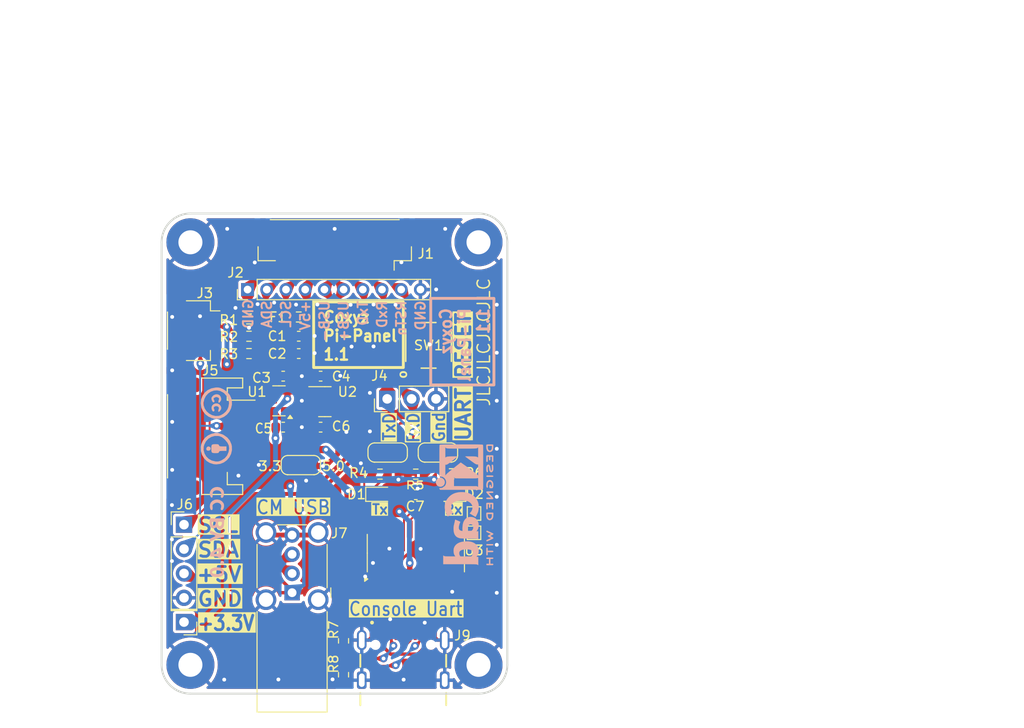
<source format=kicad_pcb>
(kicad_pcb (version 20240108) (generator "pcbnew") (generator_version "8.0")
  (layers (0 "F.Cu" signal) (31 "B.Cu" signal) (34 "B.Paste" user) (35 "F.Paste" user) (36 "B.SilkS" user "B.Silkscreen") (37 "F.SilkS" user "F.Silkscreen") (38 "B.Mask" user) (39 "F.Mask" user) (44 "Edge.Cuts" user))
  (net 0 "")
  (net 1 "/+5V0")
  (net 2 "GND")
  (net 3 "Net-(J1-Pin_10)")
  (net 4 "/+3V3")
  (net 5 "Net-(D1-K)")
  (net 6 "Net-(D2-K)")
  (net 7 "/VBUS_IN")
  (net 8 "/5V0")
  (net 9 "/UART_RxD")
  (net 10 "/RSTn")
  (net 11 "/SCL")
  (net 12 "/UART_TxD")
  (net 13 "/SDA")
  (net 14 "/USB_N")
  (net 15 "/USB_P")
  (net 16 "/U_USB_P")
  (net 17 "/U_USB_N")
  (net 18 "Net-(J9-CC1)")
  (net 19 "Net-(J9-CC2)")
  (net 25 "unconnected-(TP1-Pad1)")
  (net 30 "Net-(U3-~{CTS})")
  (net 31 "/VCC")
  (net 32 "/3V3")
  (net 33 "/USB_RxD")
  (net 34 "/USB_TxD")
  (footprint "Resistor_SMD:R_0603_1608Metric" (layer "F.Cu") (at 123.1 95.588 180)
    (property "Reference" "R3")
    (property "Value" "10K")
  )
  (footprint "Resistor_SMD:R_0603_1608Metric" (layer "F.Cu") (at 132.9436 125.5 90)
    (property "Reference" "R7")
    (property "Value" "5K1")
  )
  (footprint "CM4IO:GCT_USB4105-GF-A" (layer "F.Cu") (at 139.161351 129.6)
    (property "Reference" "J9")
    (property "Value" "USB4105-GF-A")
  )
  (footprint "Resistor_SMD:R_0603_1608Metric" (layer "F.Cu") (at 140.4675 108.14)
    (property "Reference" "R5")
    (property "Value" "33k")
  )
  (footprint "Package_SO:SOIC-16_3.9x9.9mm_P1.27mm" (layer "F.Cu") (at 140.475 116.365 90)
    (property "Reference" "U3")
    (property "Value" "CH340C")
  )
  (footprint "TestPoint:TestPoint_Pad_1.0x1.0mm" (layer "F.Cu") (at 146.5326 112.2426)
    (property "Reference" "TP1" (hide yes))
    (property "Value" "nDTR")
  )
  (footprint "Connector_PinHeader_2.00mm:PinHeader_1x10_P2.00mm_Vertical" (layer "F.Cu") (at 122.95 88.92 90)
    (property "Reference" "J2")
    (property "Value" "Conn_01x10")
  )
  (footprint "CM4IO:pushButton-PTS647SM38SMTR2LFS" (layer "F.Cu") (at 141.8 94.73 90)
    (property "Reference" "SW1")
    (property "Value" "pushButton-PTS647SM38SMTR2LFS" (hide yes))
  )
  (footprint "Resistor_SMD:R_0603_1608Metric_Pad0.98x0.95mm_HandSolder" (layer "F.Cu") (at 128.28 91.78)
    (property "Reference" "F1")
    (property "Value" "Fuse_0.5A")
  )
  (footprint "Resistor_SMD:R_0603_1608Metric" (layer "F.Cu") (at 123.1 93.784)
    (property "Reference" "R2")
    (property "Value" "10K")
  )
  (footprint "Capacitor_SMD:C_0603_1608Metric" (layer "F.Cu") (at 140.4675 110.28)
    (property "Reference" "C7")
    (property "Value" "100n")
  )
  (footprint "Jumper:SolderJumper-3_P1.3mm_Bridged12_RoundedPad1.0x1.5mm_NumberLabels" (layer "F.Cu") (at 142.7734 105.8926)
    (property "Reference" "JP2" (hide yes))
    (property "Value" "SolderJumper")
  )
  (footprint "Capacitor_SMD:C_0603_1608Metric" (layer "F.Cu") (at 130.56 103.250156)
    (property "Reference" "C6")
    (property "Value" "2.2u")
  )
  (footprint "LED_SMD:LED_0603_1608Metric" (layer "F.Cu") (at 144.195 110.24 180)
    (property "Reference" "D2")
    (property "Value" "LED_GREEN")
  )
  (footprint "Capacitor_SMD:C_0603_1608Metric" (layer "F.Cu") (at 130.56 97.94)
    (property "Reference" "C4")
    (property "Value" "1u")
  )
  (footprint "Capacitor_SMD:C_0603_1608Metric" (layer "F.Cu") (at 128.28 95.588)
    (property "Reference" "C2")
    (property "Value" "100n")
  )
  (footprint "Connector_JST:JST_GH_SM10B-GHS-TB_1x10-1MP_P1.25mm_Horizontal" (layer "F.Cu") (at 132.03 84.205 180)
    (property "Reference" "J1")
    (property "Value" "Conn_01x10")
  )
  (footprint "Package_TO_SOT_SMD:SOT-23" (layer "F.Cu") (at 131 100.595078)
    (property "Reference" "U2")
    (property "Value" "APE8865N-33-HF-3")
  )
  (footprint "Resistor_SMD:R_0603_1608Metric" (layer "F.Cu") (at 136.74 108.14 180)
    (property "Reference" "R4")
    (property "Value" "1K2")
  )
  (footprint "Resistor_SMD:R_0603_1608Metric_Pad0.98x0.95mm_HandSolder" (layer "F.Cu") (at 123.1 91.98)
    (property "Reference" "R1")
    (property "Value" "0R")
  )
  (footprint "Connector_PinHeader_2.54mm:PinHeader_1x01_P2.54mm_Vertical" (layer "F.Cu") (at 116.332 123.5456 180)
    (property "Reference" "J8" (hide yes))
    (property "Value" "Conn_01x01")
  )
  (footprint "LED_SMD:LED_0603_1608Metric" (layer "F.Cu") (at 136.74 110.24)
    (property "Reference" "D1")
    (property "Value" "LED_RED")
  )
  (footprint "Capacitor_SMD:C_0603_1608Metric" (layer "F.Cu") (at 126.66 103.250156 180)
    (property "Reference" "C5")
    (property "Value" "2.2u")
  )
  (footprint "Connector_USB:USB_A_Wuerth_614004134726_Horizontal" (layer "F.Cu") (at 127.587121 120.4858 90)
    (property "Reference" "J7")
    (property "Value" "USB_A")
  )
  (footprint "Package_TO_SOT_SMD:SOT-23" (layer "F.Cu") (at 126.22 100.507578 180)
    (property "Reference" "U1")
    (property "Value" "APE8865N-33-HF-3")
  )
  (footprint "MountingHole:MountingHole_2.5mm_Pad_TopBottom" (layer "F.Cu") (at 147 84)
    (property "Reference" "H2" (hide yes))
    (property "Value" "MountingHole_Pad")
  )
  (footprint "Connector_JST:JST_PH_S4B-PH-SM4-TB_1x04-1MP_P2.00mm_Horizontal" (layer "F.Cu") (at 119.13 104.2 -90)
    (property "Reference" "J5")
    (property "Value" "STEMMA")
  )
  (footprint "Jumper:SolderJumper-3_P1.3mm_Bridged12_RoundedPad1.0x1.5mm_NumberLabels" (layer "F.Cu") (at 137.541 105.8926)
    (property "Reference" "JP1" (hide yes))
    (property "Value" "SolderJumper")
  )
  (footprint "Jumper:SolderJumper-3_P1.3mm_Bridged12_RoundedPad1.0x1.5mm_NumberLabels" (layer "F.Cu") (at 128.5 107.2)
    (property "Reference" "JP3" (hide yes))
    (property "Value" "SolderJumper")
  )
  (footprint "MountingHole:MountingHole_2.5mm_Pad_TopBottom" (layer "F.Cu") (at 117 84)
    (property "Reference" "H1" (hide yes))
    (property "Value" "MountingHole_Pad")
  )
  (footprint "Resistor_SMD:R_0603_1608Metric" (layer "F.Cu") (at 144.195 108.1)
    (property "Reference" "R6")
    (property "Value" "1K2")
  )
  (footprint "Connector_PinHeader_2.54mm:PinHeader_1x03_P2.54mm_Vertical" (layer "F.Cu") (at 137.4902 100.3046 90)
    (property "Reference" "J4")
    (property "Value" "01x03 0.1\" pinheader")
  )
  (footprint "TestPoint:TestPoint_Pad_1.0x1.0mm" (layer "F.Cu") (at 146.5326 114.2492)
    (property "Reference" "TP2" (hide yes))
    (property "Value" "nCTS")
  )
  (footprint "MountingHole:MountingHole_2.5mm_Pad_TopBottom" (layer "F.Cu") (at 147 128)
    (property "Reference" "H4" (hide yes))
    (property "Value" "MountingHole_Pad")
  )
  (footprint "Connector_JST:JST_SH_SM04B-SRSS-TB_1x04-1MP_P1.00mm_Horizontal" (layer "F.Cu") (at 117.3 93.2 -90)
    (property "Reference" "J3")
    (property "Value" "STEMMA-QT")
  )
  (footprint "MountingHole:MountingHole_2.5mm_Pad_TopBottom" (layer "F.Cu") (at 117 128)
    (property "Reference" "H3" (hide yes))
    (property "Value" "MountingHole_Pad")
  )
  (footprint "Capacitor_SMD:C_0603_1608Metric" (layer "F.Cu") (at 128.28 93.784)
    (property "Reference" "C1")
    (property "Value" "10u")
  )
  (footprint "Resistor_SMD:R_0603_1608Metric" (layer "F.Cu") (at 132.9436 129.028 -90)
    (property "Reference" "R8")
    (property "Value" "5K1")
  )
  (footprint "Connector_PinHeader_2.54mm:PinHeader_1x04_P2.54mm_Vertical" (layer "F.Cu") (at 116.332 113.4036)
    (property "Reference" "J6")
    (property "Value" "01x04 0.1\" pinheader")
  )
  (footprint "Capacitor_SMD:C_0603_1608Metric" (layer "F.Cu") (at 126.66 97.94 180)
    (property "Reference" "C3")
    (property "Value" "1u")
  )
  (footprint "Symbol:KiCad-Logo2_5mm_SilkScreen" (layer "B.Cu") (at 145.54 111.33 -90)
    (property "Reference" "REF**" (hide yes))
    (property "Value" "KiCad-Logo2_5mm_SilkScreen" (hide yes))
  )
  (footprint "CM4IO:CC-BY-4" (layer "B.Cu") (at 119.7 109 -90)
    (property "Reference" "G***" (hide yes))
    (property "Value" "LOGO" (hide yes))
  )
  (gr_arc (start 150 128) (mid 149.12132 130.12132) (end 147 131) (stroke (width 0.2)) (layer "Edge.Cuts"))
  (gr_line (start 150 128) (end 150 84) (stroke (width 0.2)) (layer "Edge.Cuts"))
  (gr_arc (start 117 131) (mid 114.87868 130.12132) (end 114 128) (stroke (width 0.2)) (layer "Edge.Cuts"))
  (gr_arc (start 114 84) (mid 114.87868 81.87868) (end 117 81) (stroke (width 0.2)) (layer "Edge.Cuts"))
  (gr_arc (start 147 81) (mid 149.12132 81.87868) (end 150 84) (stroke (width 0.2)) (layer "Edge.Cuts"))
  (gr_line (start 117 131) (end 147 131) (stroke (width 0.2)) (layer "Edge.Cuts"))
  (gr_line (start 147 81) (end 117 81) (stroke (width 0.2)) (layer "Edge.Cuts"))
  (gr_line (start 114 84) (end 114 128) (stroke (width 0.2)) (layer "Edge.Cuts"))
  (gr_text "TxD" (at 135.54 89.97 90) (layer "B.SilkS") (effects (font (size 1 1) (thickness 0.2) (bold yes)) (justify left bottom mirror)))
  (gr_text "USB-" (at 131.54 89.97 90) (layer "B.SilkS") (effects (font (size 1 1) (thickness 0.2) (bold yes)) (justify left bottom mirror)))
  (gr_text "RSTn" (at 139.54 89.97 90) (layer "B.SilkS") (effects (font (size 1 1) (thickness 0.2) (bold yes)) (justify left bottom mirror)))
  (gr_text "SDA" (at 125.54 89.97 90) (layer "B.SilkS") (effects (font (size 1 1) (thickness 0.2) (bold yes)) (justify left bottom mirror)))
  (gr_text "SCL" (at 127.54 89.97 90) (layer "B.SilkS") (effects (font (size 1 1) (thickness 0.2) (bold yes)) (justify left bottom mirror)))
  (gr_text "GND" (at 141.54 89.97 90) (layer "B.SilkS") (effects (font (size 1 1) (thickness 0.2) (bold yes)) (justify left bottom mirror)))
  (gr_text "RxD" (at 137.54 89.97 90) (layer "B.SilkS") (effects (font (size 1 1) (thickness 0.2) (bold yes)) (justify left bottom mirror)))
  (gr_text "+5V" (at 129.54 89.97 90) (layer "B.SilkS") (effects (font (size 1 1) (thickness 0.2) (bold yes)) (justify left bottom mirror)))
  (gr_text "USB+" (at 133.54 89.97 90) (layer "B.SilkS") (effects (font (size 1 1) (thickness 0.2) (bold yes)) (justify left bottom mirror)))
  (gr_text "GND" (at 123.6 89.8 90) (layer "B.SilkS") (effects (font (size 1 1) (thickness 0.2) (bold yes)) (justify left bottom mirror)))
  (gr_text "Tx" (at 135.81 112.4 0) (layer "F.SilkS" knockout) (effects (font (size 1 1) (thickness 0.2) (bold yes)) (justify left bottom)))
  (gr_text "JLCJLCJLCJLC" (at 148.31 101.18 90) (layer "F.SilkS") (effects (font (size 1.3 1.3)) (justify left bottom)))
  (gr_text "GND" (at 117.602 122.019057 0) (layer "F.SilkS" knockout) (effects (font (size 1.5 1.5) (thickness 0.3) (bold yes)) (justify left bottom)))
  (gr_text "+3.3V" (at 117.602 124.5362 0) (layer "F.SilkS" knockout) (effects (font (size 1.5 1.3) (thickness 0.3) (bold yes)) (justify left bottom)))
  (gr_text "CM USB" (at 123.7488 112.4204 0) (layer "F.SilkS" knockout) (effects (font (size 1.4 1.3) (thickness 0.2) (bold yes)) (justify left bottom)))
  (gr_text "TxD" (at 138.4162 104.775 90) (layer "F.SilkS" knockout) (effects (font (size 1.2 1.1) (thickness 0.22) (bold yes)) (justify left bottom)))
  (gr_text "RxD" (at 140.928425 105.0036 90) (layer "F.SilkS" knockout) (effects (font (size 1.2 1.1) (thickness 0.22) (bold yes)) (justify left bottom)))
  (gr_text "SDA" (at 117.602 116.897343 0) (layer "F.SilkS" knockout) (effects (font (size 1.5 1.5) (thickness 0.3) (bold yes)) (justify left bottom)))
  (gr_text "5.0" (at 130.6 107.9 0) (layer "F.SilkS") (effects (font (size 1 1)) (justify left bottom)))
  (gr_text "UART\n" (at 146.2962 104.8512 90) (layer "F.SilkS" knockout) (effects (font (size 1.5 1.5) (thickness 0.3) (bold yes)) (justify left bottom)))
  (gr_text "Rx" (at 143.35 112.4 0) (layer "F.SilkS" knockout) (effects (font (size 1 1) (thickness 0.2) (bold yes)) (justify left bottom)))
  (gr_text "RESET" (at 146.3 98.35 90) (layer "F.SilkS" knockout) (effects (font (size 1.5 1.5) (thickness 0.3) (bold yes)) (justify left bottom)))
  (gr_text "Console Uart" (at 133.4 123 0) (layer "F.SilkS" knockout) (effects (font (size 1.4 1.2) (thickness 0.2) (bold yes)) (justify left bottom)))
  (gr_text "SCL" (at 117.602 114.336486 0) (layer "F.SilkS" knockout) (effects (font (size 1.5 1.5) (thickness 0.3) (bold yes)) (justify left bottom)))
  (gr_text "3.3" (at 124 107.9 0) (layer "F.SilkS") (effects (font (size 1 1)) (justify left bottom)))
  (gr_text "+5V" (at 117.5004 119.4562 0) (layer "F.SilkS" knockout) (effects (font (size 1.5 1.5) (thickness 0.3) (bold yes)) (justify left bottom)))
  (gr_text "Gnd\n" (at 143.5862 104.9274 90) (layer "F.SilkS" knockout) (effects (font (size 1.2 1.1) (thickness 0.22) (bold yes)) (justify left bottom)))
  (gr_text_box "Coxyz\nPi-Panel\n1.1" (start 142.0234 89.8398) (end 148.6034 98.853) (angle 90) (layer "B.SilkS") (effects (font (size 1.2 1.1) (thickness 0.25) (bold yes)) (justify left top mirror)) (border yes) (stroke (width 0.3)))
  (gr_text_box "Coxyz\nPi-Panel\n1.1" (start 129.8317 90.21) (end 139.1683 97.04) (layer "F.SilkS") (effects (font (size 1.2 1.1) (thickness 0.25) (bold yes)) (justify left top)) (border yes) (stroke (width 0.3)))
  (segment (start 126.57125 91.78) (end 127.3675 91.78) (width 0.5) (layer "F.Cu") (net 1))
  (segment (start 128.5184 120.4858) (end 128.8288 120.1754) (width 0.35) (layer "F.Cu") (net 1))
  (segment (start 124.105 104.995) (end 123.9 105.2) (width 0.35) (layer "F.Cu") (net 1))
  (segment (start 123.925 95.588) (end 123.925 97.525) (width 0.35) (layer "F.Cu") (net 1))
  (segment (start 128.905 120.1754) (end 130.1342 118.9462) (width 0.5) (layer "F.Cu") (net 1))
  (segment (start 119.6 105.8) (end 119.6 107.7) (width 0.35) (layer "F.Cu") (net 1))
  (segment (start 126.35 92.00125) (end 126.41 91.94125) (width 0.5) (layer "F.Cu") (net 1))
  (segment (start 123.9 105.2) (end 121.98 105.2) (width 0.35) (layer "F.Cu") (net 1))
  (segment (start 127.587121 120.287121) (end 127.587121 120.779921) (width 0.35) (layer "F.Cu") (net 1))
  (segment (start 120.8 92.8) (end 121.784 93.784) (width 0.35) (layer "F.Cu") (net 1))
  (segment (start 120.8 92.8) (end 120.7 92.7) (width 0.35) (layer "F.Cu") (net 1))
  (segment (start 127.505 95.588) (end 126.438 95.588) (width 0.5) (layer "F.Cu") (net 1))
  (segment (start 121.784 93.784) (end 122.275 93.784) (width 0.35) (layer "F.Cu") (net 1))
  (segment (start 126.4 119.1) (end 127.587121 120.287121) (width 0.35) (layer "F.Cu") (net 1))
  (segment (start 120.7 92.7) (end 119.3 92.7) (width 0.35) (layer "F.Cu") (net 1))
  (segment (start 120.2 105.2) (end 119.6 105.8) (width 0.35) (layer "F.Cu") (net 1))
  (segment (start 126.358 95.578) (end 126.27 95.49) (width 1) (layer "F.Cu") (net 1))
  (segment (start 121.98 105.2) (end 120.2 105.2) (width 0.35) (layer "F.Cu") (net 1))
  (segment (start 124.105 97.705) (end 124.105 104.995) (width 0.35) (layer "F.Cu") (net 1))
  (segment (start 116.9484 119.1) (end 116.332 118.4836) (width 0.5) (layer "F.Cu") (net 1))
  (segment (start 123.925 97.525) (end 124.105 97.705) (width 0.35) (layer "F.Cu") (net 1))
  (segment (start 127.5 91.9) (end 127.5 95.34125) (width 0.5) (layer "F.Cu") (net 1))
  (segment (start 127.587121 120.4858) (end 128.5184 120.4858) (width 0.35) (layer "F.Cu") (net 1))
  (segment (start 126.4 119.1) (end 116.9484 119.1) (width 0.5) (layer "F.Cu") (net 1))
  (segment (start 126.27 95.49) (end 126.27 91.99125) (width 1) (layer "F.Cu") (net 1))
  (via (at 120.8 96.7) (size 0.8) (drill 0.4) (layers "F.Cu" "B.Cu") (net 1))
  (via (at 127.4 109.38) (size 0.8) (drill 0.4) (layers "F.Cu" "B.Cu") (net 1))
  (via (at 120.8 92.8) (size 0.8) (drill 0.4) (layers "F.Cu" "B.Cu") (net 1))
  (via (at 128.82 112.19) (size 0.8) (drill 0.4) (layers "F.Cu" "B.Cu") (net 1))
  (segment (start 127.43 110.8) (end 127.43 109.39) (width 0.5) (layer "B.Cu") (net 1))
  (segment (start 120.8 92.8) (end 120.8 96.7) (width 0.5) (layer "B.Cu") (net 1))
  (segment (start 128.82 112.19) (end 128.776042 112.19) (width 0.25) (layer "B.Cu") (net 1))
  (segment (start 128.712121 112.253921) (end 128.81 112.3518) (width 0.35) (layer "B.Cu") (net 1))
  (segment (start 128.776042 112.19) (end 128.712121 112.253921) (width 0.25) (layer "B.Cu") (net 1))
  (segment (start 128.82 112.19) (end 127.43 110.8) (width 0.5) (layer "B.Cu") (net 1))
  (segment (start 128.81 112.3518) (end 128.81 119.69) (width 0.35) (layer "B.Cu") (net 1))
  (segment (start 128.82 119.7) (end 127.587121 120.4858) (width 0.35) (layer "B.Cu") (net 1))
  (segment (start 128.81 119.69) (end 128.82 119.7) (width 0.35) (layer "B.Cu") (net 1))
  (segment (start 132.9436 124.675) (end 133.6684 125.3998) (width 0.25) (layer "F.Cu") (net 2))
  (segment (start 136.01 117.39) (end 136.01 118.82) (width 0.2) (layer "F.Cu") (net 2))
  (segment (start 128.605158 101.4) (end 128.582657 101.422501) (width 0.5) (layer "F.Cu") (net 2))
  (segment (start 128.605158 103.205158) (end 128.64 103.24) (width 0.5) (layer "F.Cu") (net 2))
  (segment (start 128.605158 101.4) (end 128.605158 103.205158) (width 0.5) (layer "F.Cu") (net 2))
  (segment (start 135.561351 125.42) (end 134.841351 125.42) (width 0.35) (layer "F.Cu") (net 2))
  (segment (start 128.64 103.24) (end 128.650158 103.250158) (width 0.5) (layer "F.Cu") (net 2))
  (segment (start 122.1875 91.3265) (end 122.1875 91.98) (width 0.25) (layer "F.Cu") (net 2))
  (segment (start 118 91.7) (end 119.3 91.7) (width 0.25) (layer "F.Cu") (net 2))
  (segment (start 128.64 103.24) (end 127.435 103.24) (width 0.5) (layer "F.Cu") (net 2))
  (segment (start 122.1875 91.9875) (end 123.1 92.9) (width 0.25) (layer "F.Cu") (net 2))
  (segment (start 137.655 87.335) (end 138.02 87.7) (width 0.35) (layer "F.Cu") (net 2))
  (segment (start 138.02 87.7) (end 140.95 87.7) (width 0.35) (layer "F.Cu") (net 2))
  (segment (start 132.9436 129.853) (end 133.6466 129.853) (width 0.25) (layer "F.Cu") (net 2))
  (segment (start 129.935 93.75) (end 129.935 95.36) (width 0.5) (layer "F.Cu") (net 2))
  (segment (start 128.605158 99.574842) (end 128.605158 101.4) (width 0.5) (layer "F.Cu") (net 2))
  (segment (start 130.0625 99.645078) (end 128.675394 99.645078) (width 0.5) (layer "F.Cu") (net 2))
  (segment (start 149.015 115.735) (end 149.24 115.51) (width 0.25) (layer "F.Cu") (net 2))
  (segment (start 143.399999 92.104999) (end 143.399999 97.355001) (width 0.5) (layer "F.Cu") (net 2))
  (segment (start 135.24 118.84) (end 135.2 118.8) (width 0.2) (layer "F.Cu") (net 2))
  (segment (start 128.605158 97.785158) (end 128.605158 99.574842) (width 0.5) (layer "F.Cu") (net 2))
  (segment (start 121.6914 90.8304) (end 122.1875 91.3265) (width 0.25) (layer "F.Cu") (net 2))
  (segment (start 142.751351 125.42) (end 143.481351 125.42) (width 0.35) (layer "F.Cu") (net 2))
  (segment (start 128.675394 99.645078) (end 128.605158 99.574842) (width 0.5) (layer "F.Cu") (net 2))
  (segment (start 127.675 97.7) (end 127.435 97.94) (width 0.5) (layer "F.Cu") (net 2))
  (segment (start 129.935 93.75) (end 129.895 93.71) (width 0.35) (layer "F.Cu") (net 2))
  (segment (start 133.8996 129.6) (end 134.841351 129.6) (width 0.25) (layer "F.Cu") (net 2))
  (segment (start 127.1575 101.457578) (end 128.54758 101.457578) (width 0.5) (layer "F.Cu") (net 2))
  (segment (start 128.565078 101.44008) (end 128.565078 101.422501) (width 0.5) (layer "F.Cu") (net 2))
  (segment (start 136.03 118.84) (end 135.24 118.84) (width 0.2) (layer "F.Cu") (net 2))
  (segment (start 135.961351 125.02) (end 135.561351 125.42) (width 0.35) (layer "F.Cu") (net 2))
  (segment (start 127.435 97.94) (end 129.785 97.94) (width 0.5) (layer "F.Cu") (net 2))
  (segment (start 129.875 95.42) (end 129.935 95.36) (width 0.2) (layer "F.Cu") (net 2))
  (segment (start 140.6652 109.6406) (end 140.6652 109.7027) (width 0.35) (layer "F.Cu") (net 2))
  (segment (start 121.98 108.28) (end 121.98 107.2) (width 0.35) (layer "F.Cu") (net 2))
  (segment (start 133.6466 129.853) (end 133.8996 129.6) (width 0.25) (layer "F.Cu") (net 2))
  (segment (start 128.6 103.250156) (end 129.785 103.250156) (width 0.5) (layer "F.Cu") (net 2))
  (segment (start 129.0475 95.55) (end 129.8725 95.55) (width 0.25) (layer "F.Cu") (net 2))
  (segment (start 140.6652 109.7027) (end 141.2425 110.28) (width 0.35) (layer "F.Cu") (net 2))
  (segment (start 129.895 93.71) (end 129.055 93.71) (width 0.35) (layer "F.Cu") (net 2))
  (segment (start 137.655 86.08) (end 137.655 87.335) (width 0.35) (layer "F.Cu") (net 2))
  (segment (start 128.54758 101.457578) (end 128.565078 101.44008) (width 0.5) (layer "F.Cu") (net 2))
  (segment (start 124.867121 114.4858) (end 130.307121 114.4858) (width 0.5) (layer "F.Cu") (net 2))
  (segment (start 142.361351 125.03) (end 142.751351 125.42) (width 0.35) (layer "F.Cu") (net 2))
  (segment (start 133.6684 125.3998) (end 134.821151 125.3998) (width 0.25) (layer "F.Cu") (net 2))
  (via (at 141.4 123.61) (size 0.8) (drill 0.4) (layers "F.Cu" "B.Cu") (net 2))
  (via (at 131.8006 129.5146) (size 0.8) (drill 0.4) (layers "F.Cu" "B.Cu") (net 2))
  (via (at 141.92 94.64) (size 0.8) (drill 0.4) (layers "F.Cu" "B.Cu") (net 2))
  (via (at 130.22 90.48) (size 0.8) (drill 0.4) (layers "F.Cu" "B.Cu") (net 2))
  (via (at 135.2 118.8) (size 0.8) (drill 0.4) (layers "F.Cu" "B.Cu") (net 2))
  (via (at 138.97 86.08) (size 0.8) (drill 0.4) (layers "F.Cu" "B.Cu") (net 2))
  (via (at 137.8 123.25) (size 0.8) (drill 0.4) (layers "F.Cu" "B.Cu") (net 2))
  (via (at 148.9 95.5) (size 0.8) (drill 0.4) (layers "F.Cu" "B.Cu") (net 2))
  (via (at 115.0746 111.3636) (size 0.8) (drill 0.4) (layers "F.Cu" "B.Cu") (net 2))
  (via (at 133.78 94.86) (size 0.8) (drill 0.4) (layers "F.Cu" "B.Cu") (net 2))
  (via (at 118 91.7) (size 0.8) (drill 0.4) (layers "F.Cu" "B.Cu") (net 2))
  (via (at 115.1 91.77) (size 0.8) (drill 0.4) (layers "F.Cu" "B.Cu") (net 2))
  (via (at 125.72 90.28) (size 0.8) (drill 0.4) (layers "F.Cu" "B.Cu") (net 2))
  (via (at 143.53 82.6) (size 0.8) (drill 0.4) (layers "F.Cu" "B.Cu") (net 2))
  (via (at 135.69 99.68) (size 0.8) (drill 0.4) (layers "F.Cu" "B.Cu") (net 2))
  (via (at 120.52 129.54) (size 0.8) (drill 0.4) (layers "F.Cu" "B.Cu") (net 2))
  (via (at 130.86 111.21) (size 0.8) (drill 0.4) (layers "F.Cu" "B.Cu") (net 2))
  (via (at 132.02 82.6) (size 0.8) (drill 0.4) (layers "F.Cu" "B.Cu") (net 2))
  (via (at 124 90.44) (size 0.8) (drill 0.4) (layers "F.Cu" "B.Cu") (net 2))
  (via (at 148.9 105.5) (size 0.8) (drill 0.4) (layers "F.Cu" "B.Cu") (net 2))
  (via (at 115.1 97.3328) (size 0.8) (drill 0.4) (layers "F.Cu" "B.Cu") (net 2))
  (via (at 140.97 115.9256) (size 0.8) (drill 0.4) (layers "F.Cu" "B.Cu") (net 2))
  (via (at 126.1603 129.5258) (size 0.8) (drill 0.4) (layers "F.Cu" "B.Cu") (net 2))
  (via (at 120.83 82.6) (size 0.8) (drill 0.4) (layers "F.Cu" "B.Cu") (net 2))
  (via (at 142.59 88.91) (size 0.8) (drill 0.4) (layers "F.Cu" "B.Cu") (net 2))
  (via (at 115.0746 117.1936) (size 0.8) (drill 0.4) (layers "F.Cu" "B.Cu") (net 2))
  (via (at 148.9 100.5) (size 0.8) (drill 0.4) (layers "F.Cu" "B.Cu") (net 2))
  (via (at 122 108.3) (size 0.8) (drill 0.4) (layers "F.Cu" "B.Cu") (net 2))
  (via (at 134.747 107.0102) (size 0.8) (drill 0.4) (layers "F.Cu" "B.Cu") (net 2))
  (via (at 139.201352 129.54) (size 0.8) (drill 0.4) (layers "F.Cu" "B.Cu") (net 2))
  (via (at 123.7 86.1) (size 0.8) (drill 0.4) (layers "F.Cu" "B.Cu") (net 2))
  (via (at 124.12 107.18) (size 0.8) (drill 0.4) (layers "F.Cu" "B.Cu") (net 2))
  (via (at 133.24 103.75) (size 0.8) (drill 0.4) (layers "F.Cu" "B.Cu") (net 2))
  (via (at 115.1 107.7) (size 0.8) (drill 0.4) (layers "F.Cu" "B.Cu") (net 2))
  (via (at 148.9 120.5) (size 0.8) (drill 0.4) (layers "F.Cu" "B.Cu") (net 2))
  (via (at 137.7188 115.9002) (size 0.8) (drill 0.4) (layers "F.Cu" "B.Cu") (net 2))
  (via (at 140.6652 109.6406) (size 0.8) (drill 0.4) (layers "F.Cu" "B.Cu") (net 2))
  (via (at 136.01 117.39) (size 0.8) (drill 0.4) (layers "F.Cu" "B.Cu") (net 2))
  (via (at 128 90.49) (size 0.8) (drill 0.4) (layers "F.Cu" "B.Cu") (net 2))
  (via (at 128.6 100.5) (size 0.8) (drill 0.4) (layers "F.Cu" "B.Cu") (net 2))
  (via (at 132.6 97.9) (size 0.8) (drill 0.4) (layers "F.Cu" "B.Cu") (net 2))
  (via (at 123.1 92.9) (size 0.8) (drill 0.4) (layers "F.Cu" "B.Cu") (net 2))
  (via (at 148.9 110.5) (size 0.8) (drill 0.4) (layers "F.Cu" "B.Cu") (net 2))
  (via (at 138.36 90.51) (size 0.8) (drill 0.4) (layers "F.Cu" "B.Cu") (net 2))
  (via (at 121.6914 90.8304) (size 0.8) (drill 0.4) (layers "F.Cu" "B.Cu") (net 2))
  (via (at 144.26 120.39) (size 0.8) (drill 0.4) (layers "F.Cu" "B.Cu") (net 2))
  (via (at 136.0678 90.48) (size 0.8) (drill 0.4) (layers "F.Cu" "B.Cu") (net 2))
  (via (at 148.9 90.5) (size 0.8) (drill 0.4) (layers "F.Cu" "B.Cu") (net 2))
  (via (at 128.6 97.94) (size 0.8) (drill 0.4) (layers "F.Cu" "B.Cu") (net 2))
  (via (at 115.0746 114.9336) (size 0.8) (drill 0.4) (layers "F.Cu" "B.Cu") (net 2))
  (via (at 133.68 90.51) (size 0.8) (drill 0.4) (layers "F.Cu" "B.Cu") (net 2))
  (via (at 129.935 95.54) (size 0.8) (drill 0.4) (layers "F.Cu" "B.Cu") (net 2))
  (via (at 136.0678 94.8436) (size 0.8) (drill 0.4) (layers "F.Cu" "B.Cu") (net 2))
  (via (at 135.69 103.69) (size 0.8) (drill 0.4) (layers "F.Cu" "B.Cu") (net 2))
  (via (at 129.935 93.75) (size 0.8) (drill 0.4) (layers "F.Cu" "B.Cu") (net 2))
  (via (at 148.9 115.5) (size 0.8) (drill 0.4) (layers "F.Cu" "B.Cu") (net 2))
  (via (at 129.05 108.82) (size 0.8) (drill 0.4) (layers "F.Cu" "B.Cu") (net 2))
  (via (at 128.6 103.250156) (size 0.8) (drill 0.4) (layers "F.Cu" "B.Cu") (net 2))
  (via (at 115.1 102.7) (size 0.8) (drill 0.4) (layers "F.Cu" "B.Cu") (net 2))
  (segment (start 122.95 90.7682) (end 122.95 88.96) (width 0.5) (layer "F.Cu") (net 3))
  (segment (start 122.95 88.75) (end 125.62 86.08) (width 0.5) (layer "F.Cu") (net 3))
  (segment (start 124.0125 91.8307) (end 122.95 90.7682) (width 0.5) (layer "F.Cu") (net 3))
  (segment (start 125.62 86.08) (end 126.405 86.08) (width 0.5) (layer "F.Cu") (net 3))
  (segment (start 125.86 104.4) (end 125.86 103.275158) (width 0.5) (layer "F.Cu") (net 4))
  (segment (start 127.1 100.3) (end 127.1 99.6) (width 0.5) (layer "F.Cu") (net 4))
  (via (at 127.1 100.3) (size 0.8) (drill 0.4) (layers "F.Cu" "B.Cu") (net 4))
  (via (at 125.86 104.4) (size 0.8) (drill 0.4) (layers "F.Cu" "B.Cu") (net 4))
  (segment (start 125.86 107.44) (end 120.7262 112.5738) (width 0.5) (layer "B.Cu") (net 4))
  (segment (start 125.86 101.54) (end 125.86 104.4) (width 0.5) (layer "B.Cu") (net 4))
  (segment (start 127.1 100.3) (end 125.86 101.54) (width 0.5) (layer "B.Cu") (net 4))
  (segment (start 125.86 104.4) (end 125.86 107.44) (width 0.5) (layer "B.Cu") (net 4))
  (segment (start 120.7262 112.5738) (end 120.7262 121.0818) (width 0.5) (layer "B.Cu") (net 4))
  (segment (start 118.2624 123.5456) (end 116.332 123.5456) (width 0.5) (layer "B.Cu") (net 4))
  (segment (start 120.7262 121.0818) (end 118.2624 123.5456) (width 0.5) (layer "B.Cu") (net 4))
  (segment (start 137.56 108.14) (end 135.952499 109.747501) (width 0.25) (layer "F.Cu") (net 5))
  (segment (start 143.37 108.37) (end 144.982501 109.982501) (width 0.25) (layer "F.Cu") (net 6))
  (segment (start 136.761351 124.845) (end 136.981351 125.96) (width 0.3) (layer "F.Cu") (net 7))
  (segment (start 136.761351 122.523503) (end 133.4262 119.188352) (width 0.7) (layer "F.Cu") (net 7))
  (segment (start 140.671351 126.88) (end 137.841351 126.88) (width 0.35) (layer "F.Cu") (net 7))
  (segment (start 131.09 107.3) (end 132.337625 106.052375) (width 0.5) (layer "F.Cu") (net 7))
  (segment (start 136.761351 123.73) (end 136.761351 122.523503) (width 0.7) (layer "F.Cu") (net 7))
  (segment (start 132.337625 106.052375) (end 132.337625 98.942625) (width 0.5) (layer "F.Cu") (net 7))
  (segment (start 137.841351 126.88) (end 136.981351 126.02) (width 0.35) (layer "F.Cu") (net 7))
  (segment (start 131.09 107.3) (end 129.9 107.3) (width 0.5) (layer "F.Cu") (net 7))
  (segment (start 133.4262 119.188352) (end 133.4262 109.9262) (width 0.7) (layer "F.Cu") (net 7))
  (segment (start 141.322907 125.76) (end 141.561351 124.845) (width 0.25) (layer "F.Cu") (net 7))
  (segment (start 141.322907 125.76) (end 141.281351 126.27) (width 0.35) (layer "F.Cu") (net 7))
  (segment (start 136.761351 123.73) (end 136.761351 124.845) (width 0.5) (layer "F.Cu") (net 7))
  (segment (start 132.337625 98.942625) (end 131.335 97.94) (width 0.5) (layer "F.Cu") (net 7))
  (segment (start 141.281351 126.27) (end 140.671351 126.88) (width 0.35) (layer "F.Cu") (net 7))
  (segment (start 133.4262 109.9262) (end 133.4008 109.9008) (width 0.7) (layer "F.Cu") (net 7))
  (via (at 133.4008 109.9008) (size 0.8) (drill 0.4) (layers "F.Cu" "B.Cu") (net 7))
  (via (at 130.8 107.3) (size 0.8) (drill 0.4) (layers "F.Cu" "B.Cu") (net 7))
  (segment (start 133.4008 109.9008) (end 130.8 107.3) (width 0.7) (layer "B.Cu") (net 7))
  (segment (start 130.155 86.08) (end 130.155 87.01) (width 0.5) (layer "F.Cu") (net 8))
  (segment (start 130.155 87.01) (end 128.95 88.96) (width 0.5) (layer "F.Cu") (net 8))
  (segment (start 129.18 91.7675) (end 129.18 89.19) (width 0.5) (layer "F.Cu") (net 8))
  (segment (start 141.4546 102.8446) (end 144.0734 105.4634) (width 0.25) (layer "F.Cu") (net 9))
  (segment (start 140.2588 102.8446) (end 141.4546 102.8446) (width 0.25) (layer "F.Cu") (net 9))
  (segment (start 138.8554 102.8446) (end 140.2588 102.8446) (width 0.25) (layer "F.Cu") (net 9))
  (segment (start 136.241 105.459) (end 138.8554 102.8446) (width 0.25) (layer "F.Cu") (net 9))
  (segment (start 135.155 87.165) (end 136.95 88.96) (width 0.2) (layer "F.Cu") (net 9))
  (segment (start 144.0734 105.4634) (end 144.0734 105.8926) (width 0.25) (layer "F.Cu") (net 9))
  (segment (start 138.6332 98.9076) (end 138.6332 97.2332) (width 0.2) (layer "F.Cu") (net 9))
  (segment (start 138.6332 97.2332) (end 137.1854 95.7854) (width 0.2) (layer "F.Cu") (net 9))
  (segment (start 140.2588 102.8446) (end 140.2588 100.5332) (width 0.25) (layer "F.Cu") (net 9))
  (segment (start 137.1854 95.7854) (end 137.1854 89.1954) (width 0.2) (layer "F.Cu") (net 9))
  (segment (start 136.241 105.8926) (end 136.241 105.459) (width 0.25) (layer "F.Cu") (net 9))
  (segment (start 140.0302 100.3046) (end 138.6332 98.9076) (width 0.2) (layer "F.Cu") (net 9))
  (segment (start 135.155 86.08) (end 135.155 87.165) (width 0.2) (layer "F.Cu") (net 9))
  (segment (start 136.405 86.905) (end 138.46 88.96) (width 0.2) (layer "F.Cu") (net 10))
  (segment (start 140.200001 92.104999) (end 140.200001 97.355001) (width 0.2) (layer "F.Cu") (net 10))
  (segment (start 136.405 86.08) (end 136.405 86.905) (width 0.2) (layer "F.Cu") (net 10))
  (segment (start 138.949999 89.189999) (end 140.200001 90.440001) (width 0.2) (layer "F.Cu") (net 10))
  (segment (start 140.200001 90.440001) (end 140.200001 92.104999) (width 0.2) (layer "F.Cu") (net 10))
  (segment (start 125.47 93.53) (end 124.33 94.67) (width 0.2) (layer "F.Cu") (net 11))
  (segment (start 125.95335 91.19125) (end 125.938629 91.19125) (width 0.2) (layer "F.Cu") (net 11))
  (segment (start 122.512 95.588) (end 121.922 95.588) (width 0.2) (layer "F.Cu") (net 11))
  (segment (start 124.33 94.67) (end 123.43 94.67) (width 0.2) (layer "F.Cu") (net 11))
  (segment (start 119.1 101.23) (end 119 101.13) (width 0.2) (layer "F.Cu") (net 11))
  (segment (start 128.905 87.005) (end 126.95 88.96) (width 0.2) (layer "F.Cu") (net 11))
  (segment (start 125.938629 91.19125) (end 125.47 91.659879) (width 0.2) (layer "F.Cu") (net 11))
  (segment (start 119.088 95.588) (end 119 95.5) (width 0.2) (layer "F.Cu") (net 11))
  (segment (start 126.95 90.1946) (end 125.95335 91.19125) (width 0.2) (layer "F.Cu") (net 11))
  (segment (start 119 95) (end 119.3 94.7) (width 0.2) (layer "F.Cu") (net 11))
  (segment (start 123.43 94.67) (end 122.512 95.588) (width 0.2) (layer "F.Cu") (net 11))
  (segment (start 126.95 88.96) (end 126.95 90.1946) (width 0.2) (layer "F.Cu") (net 11))
  (segment (start 116.7964 113.4036) (end 119 111.2) (width 0.2) (layer "F.Cu") (net 11))
  (segment (start 125.47 91.659879) (end 125.47 93.53) (width 0.2) (layer "F.Cu") (net 11))
  (segment (start 122.275 95.588) (end 119.088 95.588) (width 0.2) (layer "F.Cu") (net 11))
  (segment (start 119 101.13) (end 119 95) (width 0.2) (layer "F.Cu") (net 11))
  (segment (start 119 111.2) (end 119 101.1) (width 0.2) (layer "F.Cu") (net 11))
  (segment (start 121.95 101.23) (end 119.1 101.23) (width 0.2) (layer "F.Cu") (net 11))
  (segment (start 128.905 86.08) (end 128.905 87.005) (width 0.2) (layer "F.Cu") (net 11))
  (segment (start 137.5 100.2948) (end 137.5 97.9) (width 0.2) (layer "F.Cu") (net 12))
  (segment (start 133.905 87.915001) (end 134.949999 88.96) (width 0.2) (layer "F.Cu") (net 12))
  (segment (start 140.1064 104.648) (end 141.351 105.8926) (width 0.25) (layer "F.Cu") (net 12))
  (segment (start 135.1534 95.5534) (end 135.1534 89.163401) (width 0.2) (layer "F.Cu") (net 12))
  (segment (start 140.1064 104.648) (end 138.8618 105.8926) (width 0.25) (layer "F.Cu") (net 12))
  (segment (start 137.5 97.9) (end 135.1534 95.5534) (width 0.2) (layer "F.Cu") (net 12))
  (segment (start 140.1064 103.7336) (end 140.1064 104.648) (width 0.25) (layer "F.Cu") (net 12))
  (segment (start 133.905 86.08) (end 133.905 87.915001) (width 0.2) (layer "F.Cu") (net 12))
  (via (at 140.1064 103.7336) (size 0.8) (drill 0.4) (layers "F.Cu" "B.Cu") (net 12))
  (segment (start 137.4902 101.1174) (end 140.1064 103.7336) (width 0.25) (layer "B.Cu") (net 12))
  (segment (start 137.4902 100.3046) (end 137.4902 101.1174) (width 0.25) (layer "B.Cu") (net 12))
  (segment (start 118.0338 96.6216) (end 118.0338 94.1832) (width 0.2) (layer "F.Cu") (net 13))
  (segment (start 121.7 94.7) (end 120.7 93.7) (width 0.2) (layer "F.Cu") (net 13))
  (segment (start 119.73 103.11) (end 121.89 103.11) (width 0.2) (layer "F.Cu") (net 13))
  (segment (start 120.7 93.7) (end 119.3 93.7) (width 0.2) (layer "F.Cu") (net 13))
  (segment (start 124.8 89.110001) (end 124.8 93) (width 0.2) (layer "F.Cu") (net 13))
  (segment (start 118.517 93.7) (end 119.3 93.7) (width 0.2) (layer "F.Cu") (net 13))
  (segment (start 118.0338 94.1832) (end 118.517 93.7) (width 0.2) (layer "F.Cu") (net 13))
  (segment (start 123.516 93.784) (end 122.6 94.7) (width 0.2) (layer "F.Cu") (net 13))
  (segment (start 124.016 93.784) (end 123.516 93.784) (width 0.2) (layer "F.Cu") (net 13))
  (segment (start 124.8 93) (end 124.016 93.784) (width 0.2) (layer "F.Cu") (net 13))
  (segment (start 127.655 86.635) (end 125.33 88.96) (width 0.2) (layer "F.Cu") (net 13))
  (segment (start 122.6 94.7) (end 121.7 94.7) (width 0.2) (layer "F.Cu") (net 13))
  (via (at 118.0338 96.6216) (size 0.8) (drill 0.4) (layers "F.Cu" "B.Cu") (net 13))
  (via (at 119.73 103.11) (size 0.8) (drill 0.4) (layers "F.Cu" "B.Cu") (net 13))
  (segment (start 116.332 115.9436) (end 118.0084 114.2672) (width 0.2) (layer "B.Cu") (net 13))
  (segment (start 118.1368 103.11) (end 119.73 103.11) (width 0.2) (layer "B.Cu") (net 13))
  (segment (start 118.0084 114.2672) (end 118.0084 96.6216) (width 0.2) (layer "B.Cu") (net 13))
  (segment (start 129.434286 110.2065) (end 134.1065 105.534286) (width 0.407) (layer "F.Cu") (net 14))
  (segment (start 126.890621 117.7893) (end 123.532405 117.7893) (width 0.407) (layer "F.Cu") (net 14))
  (segment (start 134.1065 97.975714) (end 131.6465 95.515714) (width 0.407) (layer "F.Cu") (net 14))
  (segment (start 131.6465 89.6165) (end 130.95 88.92) (width 0.407) (layer "F.Cu") (net 14))
  (segment (start 131.6465 88.2635) (end 130.95 88.96) (width 0.407) (layer "F.Cu") (net 14))
  (segment (start 121.4165 112.564286) (end 123.774286 110.2065) (width 0.407) (layer "F.Cu") (net 14))
  (segment (start 134.1065 105.534286) (end 134.1065 97.975714) (width 0.407) (layer "F.Cu") (net 14))
  (segment (start 123.774286 110.2065) (end 129.434286 110.2065) (width 0.407) (layer "F.Cu") (net 14))
  (segment (start 131.6465 87.596501) (end 131.6465 88.2635) (width 0.407) (layer "F.Cu") (net 14))
  (segment (start 127.587121 118.4858) (end 126.890621 117.7893) (width 0.407) (layer "F.Cu") (net 14))
  (segment (start 131.405 87.355001) (end 131.6465 87.596501) (width 0.407) (layer "F.Cu") (net 14))
  (segment (start 131.6465 95.515714) (end 131.6465 89.6165) (width 0.407) (layer "F.Cu") (net 14))
  (segment (start 121.4165 115.673395) (end 121.4165 112.564286) (width 0.407) (layer "F.Cu") (net 14))
  (segment (start 131.405 86.08) (end 131.405 87.355001) (width 0.407) (layer "F.Cu") (net 14))
  (segment (start 123.532405 117.7893) (end 121.4165 115.673395) (width 0.407) (layer "F.Cu") (net 14))
  (segment (start 132.2535 89.6165) (end 132.2535 95.264286) (width 0.407) (layer "F.Cu") (net 15))
  (segment (start 134.7135 105.785714) (end 129.685714 110.8135) (width 0.407) (layer "F.Cu") (net 15))
  (segment (start 123.783833 117.1823) (end 122.134584 115.533051) (width 0.407) (layer "F.Cu") (net 15))
  (segment (start 122.0235 112.815714) (end 122.0235 115.42) (width 0.407) (layer "F.Cu") (net 15))
  (segment (start 126.36905 111.69445) (end 126.35 111.69445) (width 0.407) (layer "F.Cu") (net 15))
  (segment (start 124.33 110.8135) (end 124.025714 110.8135) (width 0.407) (layer "F.Cu") (net 15))
  (segment (start 132.95 88.92) (end 132.2535 89.6165) (width 0.407) (layer "F.Cu") (net 15))
  (segment (start 125.46905 110.8135) (end 125.45 110.8135) (width 0.407) (layer "F.Cu") (net 15))
  (segment (start 132.655 87.355001) (end 132.655 86.08) (width 0.407) (layer "F.Cu") (net 15))
  (segment (start 132.3335 87.676501) (end 132.655 87.355001) (width 0.407) (layer "F.Cu") (net 15))
  (segment (start 134.7135 97.724286) (end 134.7135 105.785714) (width 0.407) (layer "F.Cu") (net 15))
  (segment (start 129.685714 110.8135) (end 127.25 110.8135) (width 0.407) (layer "F.Cu") (net 15))
  (segment (start 132.36 88.37) (end 132.36 88.065538) (width 0.407) (layer "F.Cu") (net 15))
  (segment (start 132.36 88.065538) (end 132.3335 88.039038) (width 0.407) (layer "F.Cu") (net 15))
  (segment (start 125.45 110.8135) (end 124.33 110.8135) (width 0.407) (layer "F.Cu") (net 15))
  (segment (start 124.025714 110.8135) (end 122.0235 112.815714) (width 0.407) (layer "F.Cu") (net 15))
  (segment (start 132.2535 95.264286) (end 134.7135 97.724286) (width 0.407) (layer "F.Cu") (net 15))
  (segment (start 126.890621 117.1823) (end 127.587121 116.4858) (width 0.407) (layer "F.Cu") (net 15))
  (segment (start 132.95 88.96) (end 132.36 88.37) (width 0.407) (layer "F.Cu") (net 15))
  (segment (start 126.890621 117.1823) (end 123.783833 117.1823) (width 0.407) (layer "F.Cu") (net 15))
  (segment (start 132.3335 88.039038) (end 132.3335 87.676501) (width 0.407) (layer "F.Cu") (net 15))
  (arc (start 126.35 111.69445) (mid 126.038537 111.565438) (end 125.909525 111.253975) (width 0.407) (layer "F.Cu") (net 15))
  (arc (start 125.909525 111.253975) (mid 125.780513 110.942512) (end 125.46905 110.8135) (width 0.407) (layer "F.Cu") (net 15))
  (arc (start 127.25 110.8135) (mid 126.938537 110.942512) (end 126.809525 111.253975) (width 0.407) (layer "F.Cu") (net 15))
  (arc (start 126.809525 111.253975) (mid 126.680513 111.565438) (end 126.36905 111.69445) (width 0.407) (layer "F.Cu") (net 15))
  (segment (start 139.911351 125.5) (end 139.911351 124.845) (width 0.2) (layer "F.Cu") (net 16))
  (segment (start 141.4465 117.3535) (end 141.4465 116.934286) (width 0.407) (layer "F.Cu") (net 16))
  (segment (start 146.9735 120.795714) (end 145.825714 121.9435) (width 0.407) (layer "F.Cu") (net 16))
  (segment (start 146.9735 117.194286) (end 146.9735 120.795714) (width 0.407) (layer "F.Cu") (net 16))
  (segment (start 141.11 117.69) (end 141.11 118.84) (width 0.25) (layer "F.Cu") (net 16))
  (segment (start 139.96 124.863649) (end 139.96 123.58) (width 0.2) (layer "F.Cu") (net 16))
  (segment (start 138.911351 125.56) (end 139.101351 125.75) (width 0.2) (layer "F.Cu") (net 16))
  (segment (start 139.101351 125.75) (end 139.661351 125.75) (width 0.2) (layer "F.Cu") (net 16))
  (segment (start 141.11 117.69) (end 141.4465 117.3535) (width 0.407) (layer "F.Cu") (net 16))
  (segment (start 145.825714 121.9435) (end 140.885714 121.9435) (width 0.407) (layer "F.Cu") (net 16))
  (segment (start 139.661351 125.75) (end 139.911351 125.5) (width 0.2) (layer "F.Cu") (net 16))
  (segment (start 142.344286 116.0365) (end 145.815714 116.0365) (width 0.407) (layer "F.Cu") (net 16))
  (segment (start 140.03 122.799214) (end 140.03 123.58) (width 0.407) (layer "F.Cu") (net 16))
  (segment (start 138.911351 124.845) (end 138.911351 125.56) (width 0.2) (layer "F.Cu") (net 16))
  (segment (start 145.815714 116.0365) (end 146.9735 117.194286) (width 0.407) (layer "F.Cu") (net 16))
  (segment (start 141.4465 116.934286) (end 142.344286 116.0365) (width 0.407) (layer "F.Cu") (net 16))
  (segment (start 140.885714 121.9435) (end 140.03 122.799214) (width 0.407) (layer "F.Cu") (net 16))
  (segment (start 139.375 123.557312) (end 139.375 124.842687) (width 0.2) (layer "F.Cu") (net 17))
  (segment (start 138.411351 123.74) (end 138.411351 124.845) (width 0.2) (layer "F.Cu") (net 17))
  (segment (start 139.321351 123.65) (end 138.501351 123.65) (width 0.2) (layer "F.Cu") (net 17))
  (segment (start 140.964286 120.9365) (end 140.964286 120.884751) (width 0.407) (layer "F.Cu") (net 17))
  (segment (start 142.38 117.68) (end 142.38 118.84) (width 0.25) (layer "F.Cu") (net 17))
  (segment (start 144.285998 121.3365) (end 145.574286 121.3365) (width 0.407) (layer "F.Cu") (net 17))
  (segment (start 142.564286 120.9365) (end 142.564286 120.88475) (width 0.407) (layer "F.Cu") (net 17))
  (segment (start 140.229763 121.671023) (end 140.564286 121.3365) (width 0.407) (layer "F.Cu") (net 17))
  (segment (start 142.0535 117.3535) (end 142.38 117.68) (width 0.407) (layer "F.Cu") (net 17))
  (segment (start 142.595714 116.6435) (end 142.0535 117.185714) (width 0.407) (layer "F.Cu") (net 17))
  (segment (start 139.353 123.550312) (end 139.353 122.547786) (width 0.407) (layer "F.Cu") (net 17))
  (segment (start 145.574286 121.3365) (end 146.3665 120.544286) (width 0.407) (layer "F.Cu") (net 17))
  (segment (start 142.0535 117.185714) (end 142.0535 117.3535) (width 0.407) (layer "F.Cu") (net 17))
  (segment (start 145.564286 116.6435) (end 142.595714 116.6435) (width 0.407) (layer "F.Cu") (net 17))
  (segment (start 141.764286 120.884751) (end 141.764286 120.9365) (width 0.407) (layer "F.Cu") (net 17))
  (segment (start 146.3665 120.544286) (end 146.3665 117.445714) (width 0.407) (layer "F.Cu") (net 17))
  (segment (start 143.364286 120.88475) (end 143.364286 120.9365) (width 0.407) (layer "F.Cu") (net 17))
  (segment (start 138.501351 123.65) (end 138.411351 123.74) (width 0.2) (layer "F.Cu") (net 17))
  (segment (start 139.353 122.547786) (end 140.229763 121.671023) (width 0.407) (layer "F.Cu") (net 17))
  (segment (start 146.3665 117.445714) (end 145.564286 116.6435) (width 0.407) (layer "F.Cu") (net 17))
  (segment (start 143.764286 121.3365) (end 144.285998 121.3365) (width 0.407) (layer "F.Cu") (net 17))
  (segment (start 139.36 123.557312) (end 139.353 123.550312) (width 0.407) (layer "F.Cu") (net 17))
  (arc (start 142.164286 121.3365) (mid 142.447129 121.219343) (end 142.564286 120.9365) (width 0.407) (layer "F.Cu") (net 17))
  (arc (start 141.364286 120.484751) (mid 141.647129 120.601908) (end 141.764286 120.884751) (width 0.407) (layer "F.Cu") (net 17))
  (arc (start 142.964286 120.48475) (mid 143.247129 120.601907) (end 143.364286 120.88475) (width 0.407) (layer "F.Cu") (net 17))
  (arc (start 140.564286 121.3365) (mid 140.847129 121.219343) (end 140.964286 120.9365) (width 0.407) (layer "F.Cu") (net 17))
  (arc (start 140.964286 120.884751) (mid 141.081443 120.601908) (end 141.364286 120.484751) (width 0.407) (layer "F.Cu") (net 17))
  (arc (start 143.364286 120.9365) (mid 143.481443 121.219343) (end 143.764286 121.3365) (width 0.407) (layer "F.Cu") (net 17))
  (arc (start 142.564286 120.88475) (mid 142.681443 120.601907) (end 142.964286 120.48475) (width 0.407) (layer "F.Cu") (net 17))
  (arc (start 141.764286 120.9365) (mid 141.881443 121.219343) (end 142.164286 121.3365) (width 0.407) (layer "F.Cu") (net 17))
  (segment (start 134.5536 127.34) (end 133.5386 126.325) (width 0.2) (layer "F.Cu") (net 18))
  (segment (start 137.911351 125.780194) (end 138.138433 126.007276) (width 0.2) (layer "F.Cu") (net 18))
  (segment (start 137.911351 124.845) (end 137.911351 125.780194) (width 0.2) (layer "F.Cu") (net 18))
  (segment (start 133.5386 126.325) (end 132.9436 126.325) (width 0.2) (layer "F.Cu") (net 18))
  (segment (start 137.111351 127.34) (end 134.5536 127.34) (width 0.2) (layer "F.Cu") (net 18))
  (via (at 138.138433 126.007276) (size 0.8) (drill 0.4) (layers "F.Cu" "B.Cu") (net 18))
  (via (at 137.111351 127.34) (size 0.8) (drill 0.4) (layers "F.Cu" "B.Cu") (net 18))
  (segment (start 138.138433 126.212918) (end 138.138433 126.007276) (width 0.2) (layer "B.Cu") (net 18))
  (segment (start 137.111351 127.24) (end 138.138433 126.212918) (width 0.2) (layer "B.Cu") (net 18))
  (segment (start 137.111351 127.34) (end 137.111351 127.24) (width 0.2) (layer "B.Cu") (net 18))
  (segment (start 140.911351 124.845) (end 140.911351 125.494977) (width 0.2) (layer "F.Cu") (net 19))
  (segment (start 140.911351 125.494977) (end 140.386326 126.020002) (width 0.2) (layer "F.Cu") (net 19))
  (segment (start 133.203 128.1) (end 138.316351 128.1) (width 0.2) (layer "F.Cu") (net 19))
  (segment (start 138.316351 128.1) (end 138.371351 128.045) (width 0.2) (layer "F.Cu") (net 19))
  (via (at 140.386326 126.020002) (size 0.8) (drill 0.4) (layers "F.Cu" "B.Cu") (net 19))
  (via (at 138.371351 128.045) (size 0.8) (drill 0.4) (layers "F.Cu" "B.Cu") (net 19))
  (segment (start 138.371351 128.045) (end 138.371351 128.04) (width 0.2) (layer "B.Cu") (net 19))
  (segment (start 140.386326 126.025025) (end 140.386326 126.020002) (width 0.2) (layer "B.Cu") (net 19))
  (segment (start 138.371351 128.04) (end 140.386326 126.025025) (width 0.2) (layer "B.Cu") (net 19))
  (segment (start 139.84 112.9662) (end 140.4688 112.3374) (width 0.2) (layer "F.Cu") (net 25))
  (segment (start 139.84 113.89) (end 139.84 112.9662) (width 0.2) (layer "F.Cu") (net 25))
  (segment (start 140.4688 112.3374) (end 146.4378 112.3374) (width 0.2) (layer "F.Cu") (net 25))
  (segment (start 144.92 113.89) (end 146.3766 113.89) (width 0.2) (layer "F.Cu") (net 30))
  (segment (start 131.1148 105.5878) (end 129.2352 105.5878) (width 0.7) (layer "F.Cu") (net 31))
  (segment (start 139.6425 108.14) (end 139.6425 109.0422) (width 0.25) (layer "F.Cu") (net 31))
  (segment (start 139.7695 108.9152) (end 139.6425 109.0422) (width 0.2) (layer "F.Cu") (net 31))
  (segment (start 139.6425 109.0422) (end 139.6425 110.23) (width 0.25) (layer "F.Cu") (net 31))
  (segment (start 142.367 108.712) (end 142.1638 108.9152) (width 0.2) (layer "F.Cu") (net 31))
  (segment (start 129.2352 105.5878) (end 128.5 106.323) (width 0.7) (layer "F.Cu") (net 31))
  (segment (start 139.84 117.4) (end 139.84 118.84) (width 0.35) (layer "F.Cu") (net 31))
  (segment (start 128.5 106.323) (end 128.5 107.2) (width 0.7) (layer "F.Cu") (net 31))
  (segment (start 142.1638 108.9152) (end 139.7695 108.9152) (width 0.2) (layer "F.Cu") (net 31))
  (via (at 139.84 117.4) (size 0.8) (drill 0.4) (layers "F.Cu" "B.Cu") (net 31))
  (via (at 138.6586 108.712) (size 0.8) (drill 0.4) (layers "F.Cu" "B.Cu") (net 31))
  (via (at 138.7602 112.0394) (size 0.8) (drill 0.4) (layers "F.Cu" "B.Cu") (net 31))
  (via (at 131.1148 105.5878) (size 0.8) (drill 0.4) (layers "F.Cu" "B.Cu") (net 31))
  (via (at 142.367 108.712) (size 0.8) (drill 0.4) (layers "F.Cu" "B.Cu") (net 31))
  (segment (start 142.367 108.712) (end 142.3416 108.6866) (width 0.5) (layer "B.Cu") (net 31))
  (segment (start 139.8 113.0792) (end 139.8 117.36) (width 0.5) (layer "B.Cu") (net 31))
  (segment (start 131.1148 105.5878) (end 131.1656 105.5878) (width 0.7) (layer "B.Cu") (net 31))
  (segment (start 142.3416 108.6866) (end 138.684 108.6866) (width 0.5) (layer "B.Cu") (net 31))
  (segment (start 134.2898 108.712) (end 138.6586 108.712) (width 0.7) (layer "B.Cu") (net 31))
  (segment (start 138.684 108.6866) (end 138.6586 108.712) (width 0.5) (layer "B.Cu") (net 31))
  (segment (start 138.7602 112.0394) (end 139.8 113.0792) (width 0.5) (layer "B.Cu") (net 31))
  (segment (start 139.8 117.36) (end 139.84 117.4) (width 0.5) (layer "B.Cu") (net 31))
  (segment (start 131.1656 105.5878) (end 134.2898 108.712) (width 0.7) (layer "B.Cu") (net 31))
  (segment (start 130.89 104.31) (end 131.335 103.865) (width 0.5) (layer "F.Cu") (net 32))
  (segment (start 131.335 102.135) (end 131.335 103.250156) (width 0.5) (layer "F.Cu") (net 32))
  (segment (start 129.1922 104.31) (end 130.89 104.31) (width 0.5) (layer "F.Cu") (net 32))
  (segment (start 127.27 106.2322) (end 129.1922 104.31) (width 0.5) (layer "F.Cu") (net 32))
  (segment (start 130.745078 101.545078) (end 131.335 102.135) (width 0.5) (layer "F.Cu") (net 32))
  (segment (start 127.27 106.76) (end 127.27 106.2322) (width 0.5) (layer "F.Cu") (net 32))
  (segment (start 130.0625 101.545078) (end 130.745078 101.545078) (width 0.5) (layer "F.Cu") (net 32))
  (segment (start 131.335 103.865) (end 131.335 103.250156) (width 0.5) (layer "F.Cu") (net 32))
  (segment (start 142.77 107.112) (end 142.77 105.868) (width 0.35) (layer "F.Cu") (net 33))
  (segment (start 141.77 108.14) (end 142.7734 107.1366) (width 0.2) (layer "F.Cu") (net 33))
  (segment (start 144.8308 111.9124) (end 145.82 110.9232) (width 0.2) (layer "F.Cu") (net 33))
  (segment (start 139.24 112.874448) (end 140.202048 111.9124) (width 0.2) (layer "F.Cu") (net 33))
  (segment (start 140.202048 111.9124) (end 144.8308 111.9124) (width 0.2) (layer "F.Cu") (net 33))
  (segment (start 138.57 116.7254) (end 139.192 116.1034) (width 0.2) (layer "F.Cu") (net 33))
  (segment (start 144.12 107.2) (end 142.7734 107.2) (width 0.2) (layer "F.Cu") (net 33))
  (segment (start 145.82 110.9232) (end 145.82 108.9) (width 0.2) (layer "F.Cu") (net 33))
  (segment (start 138.57 118.84) (end 138.57 116.7254) (width 0.2) (layer "F.Cu") (net 33))
  (segment (start 139.192 116.1034) (end 139.2174 116.1034) (width 0.2) (layer "F.Cu") (net 33))
  (segment (start 141.2925 108.14) (end 141.77 108.14) (width 0.2) (layer "F.Cu") (net 33))
  (segment (start 139.24 116.0808) (end 139.24 112.874448) (width 0.2) (layer "F.Cu") (net 33))
  (segment (start 145.82 108.9) (end 145.02 108.1) (width 0.2) (layer "F.Cu") (net 33))
  (segment (start 145.02 108.1) (end 144.12 107.2) (width 0.2) (layer "F.Cu") (net 33))
  (segment (start 139.2174 116.1034) (end 139.24 116.0808) (width 0.2) (layer "F.Cu") (net 33))
  (segment (start 137.3 117.26) (end 135.1 115.06) (width 0.2) (layer "F.Cu") (net 34))
  (segment (start 137.3 118.84) (end 137.3 117.26) (width 0.2) (layer "F.Cu") (net 34))
  (segment (start 135.1 115.06) (end 135.1 108.955) (width 0.2) (layer "F.Cu") (net 34))
  (segment (start 135.1 108.955) (end 135.915 108.14) (width 0.2) (layer "F.Cu") (net 34))
  (segment (start 135.915 108.1282) (end 137.541 106.5022) (width 0.2) (layer "F.Cu") (net 34))
  (zone (net 1) (net_name "/+5V0") (layer "F.Cu") (priority 1) (connect_pads (clearance 0.3)) (min_thickness 0.25) (fill yes (thermal_gap 0.35) (thermal_bridge_width 0.35))
    (polygon (pts (xy 117.942841 119.560119) (xy 118.071421 111.8) (xy 119.1 111) (xy 119.1 103.6) (xy 120.270615 103.6) (xy 120.252649 96.182351) (xy 125.06 91.65) (xy 127.78 91.82) (xy 127.78 111.26) (xy 132.12 112.63) (xy 132.1054 117.7036) (xy 129.3876 120.8786) (xy 123.5178 120.8902)))
  )
  (zone (net 31) (net_name "/VCC") (layer "F.Cu") (priority 3) (connect_pads (clearance 0.3)) (min_thickness 0.25) (fill yes (thermal_gap 0.3) (thermal_bridge_width 0.35))
    (polygon (pts (xy 144.8562 106.8324) (xy 135.8392 106.8214) (xy 135.83 113.07) (xy 144.84 113.088751)))
  )
  (zone (net 2) (net_name "GND") (layers "F&B.Cu") (connect_pads (clearance 0.3)) (min_thickness 0.25) (fill yes (thermal_gap 0.35) (thermal_bridge_width 0.35))
    (polygon (pts (xy 151.24 79.79) (xy 113.03 79.89) (xy 113.03 131.89) (xy 151.24 131.79)))
  )
)
</source>
